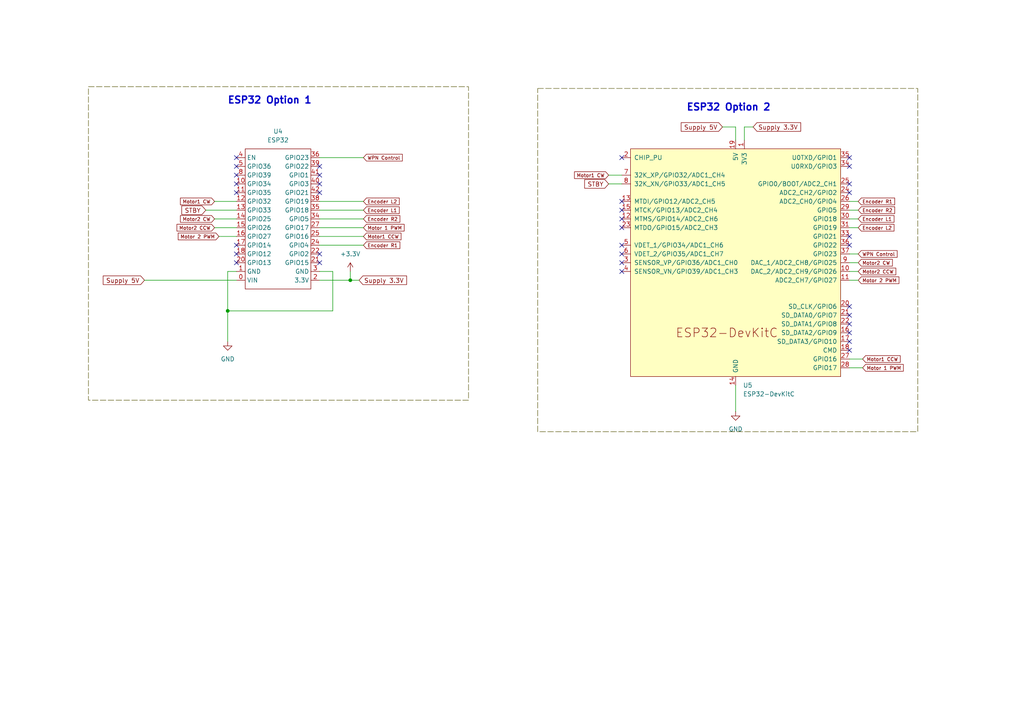
<source format=kicad_sch>
(kicad_sch (version 20250114) (generator "eeschema") (generator_version "9.0")
  (paper "A4")
  (lib_symbols
    (symbol "ESP32_devboard:ESP32_devboard"
      (property "Reference" "U" (at 0 0 0))
      (symbol "ESP32_devboard_0_1"
        (rectangle (start 0 -1.27) (end 19.05 -41.91))
      )
      (symbol "ESP32_devboard_1_1"
        (pin bidirectional line (at -2.54 -3.81 0) (length 2.54) (name "EN") (number "4"))
        (pin bidirectional line (at -2.54 -6.35 0) (length 2.54) (name "GPIO36") (number "5"))
        (pin bidirectional line (at -2.54 -8.89 0) (length 2.54) (name "GPIO39") (number "8"))
        (pin bidirectional line (at -2.54 -11.43 0) (length 2.54) (name "GPIO34") (number "10"))
        (pin bidirectional line (at -2.54 -13.97 0) (length 2.54) (name "GPIO35") (number "11"))
        (pin bidirectional line (at -2.54 -16.51 0) (length 2.54) (name "GPIO32") (number "12"))
        (pin bidirectional line (at -2.54 -19.05 0) (length 2.54) (name "GPIO33") (number "13"))
        (pin bidirectional line (at -2.54 -21.59 0) (length 2.54) (name "GPIO25") (number "14"))
        (pin bidirectional line (at -2.54 -24.13 0) (length 2.54) (name "GPIO26") (number "15"))
        (pin bidirectional line (at -2.54 -26.67 0) (length 2.54) (name "GPIO27") (number "16"))
        (pin bidirectional line (at -2.54 -29.21 0) (length 2.54) (name "GPIO14") (number "17"))
        (pin bidirectional line (at -2.54 -31.75 0) (length 2.54) (name "GPIO12") (number "18"))
        (pin bidirectional line (at -2.54 -34.29 0) (length 2.54) (name "GPIO13") (number "20"))
        (pin power_in line (at -2.54 -36.83 0) (length 2.54) (name "GND") (number "1"))
        (pin power_in line (at -2.54 -39.37 0) (length 2.54) (name "VIN") (number "0"))
        (pin bidirectional line (at 21.59 -3.81 180) (length 2.54) (name "GPIO23") (number "36"))
        (pin bidirectional line (at 21.59 -6.35 180) (length 2.54) (name "GPIO22") (number "39"))
        (pin bidirectional line (at 21.59 -8.89 180) (length 2.54) (name "GPIO1") (number "41"))
        (pin bidirectional line (at 21.59 -11.43 180) (length 2.54) (name "GPIO3") (number "40"))
        (pin bidirectional line (at 21.59 -13.97 180) (length 2.54) (name "GPIO21") (number "42"))
        (pin bidirectional line (at 21.59 -16.51 180) (length 2.54) (name "GPIO19") (number "38"))
        (pin bidirectional line (at 21.59 -19.05 180) (length 2.54) (name "GPIO18") (number "35"))
        (pin bidirectional line (at 21.59 -21.59 180) (length 2.54) (name "GPIO5") (number "34"))
        (pin bidirectional line (at 21.59 -24.13 180) (length 2.54) (name "GPIO17") (number "27"))
        (pin bidirectional line (at 21.59 -26.67 180) (length 2.54) (name "GPIO16") (number "25"))
        (pin bidirectional line (at 21.59 -29.21 180) (length 2.54) (name "GPIO4") (number "24"))
        (pin bidirectional line (at 21.59 -31.75 180) (length 2.54) (name "GPIO2") (number "22"))
        (pin bidirectional line (at 21.59 -34.29 180) (length 2.54) (name "GPIO15") (number "21"))
        (pin power_in line (at 21.59 -36.83 180) (length 2.54) (name "GND") (number "3"))
        (pin power_in line (at 21.59 -39.37 180) (length 2.54) (name "3.3V") (number "2"))
      )
    )
    (symbol "Espressif:ESP32-DevKitC" (pin_names (offset 1.016))
      (property "Reference" "U" (at -30.48 38.1 0))
      (property "Value" "ESP32-DevKitC" (at -30.48 35.56 0))
      (symbol "ESP32-DevKitC_0_0"
        (text "ESP32-DevKitC" (at -2.54 -20.32 0) (effects (font (size 2.54 2.54))))
        (pin power_in line (at 0 35.56 270) (length 2.54) (name "5V") (number "19"))
        (pin power_in line (at 0 -35.56 90) (length 2.54) (name "GND") (number "14"))
      )
      (symbol "ESP32-DevKitC_0_1"
        (rectangle (start -30.48 33.02) (end 30.48 -33.02) (fill (type background)))
      )
      (symbol "ESP32-DevKitC_1_1"
        (pin input line (at -33.02 30.48 0) (length 2.54) (name "CHIP_PU") (number "2"))
        (pin bidirectional line (at -33.02 25.4 0) (length 2.54) (name "32K_XP/GPIO32/ADC1_CH4") (number "7"))
        (pin bidirectional line (at -33.02 22.86 0) (length 2.54) (name "32K_XN/GPIO33/ADC1_CH5") (number "8"))
        (pin bidirectional line (at -33.02 17.78 0) (length 2.54) (name "MTDI/GPIO12/ADC2_CH5") (number "13"))
        (pin bidirectional line (at -33.02 15.24 0) (length 2.54) (name "MTCK/GPIO13/ADC2_CH4") (number "15"))
        (pin bidirectional line (at -33.02 12.7 0) (length 2.54) (name "MTMS/GPIO14/ADC2_CH6") (number "12"))
        (pin bidirectional line (at -33.02 10.16 0) (length 2.54) (name "MTDO/GPIO15/ADC2_CH3") (number "23"))
        (pin input line (at -33.02 5.08 0) (length 2.54) (name "VDET_1/GPIO34/ADC1_CH6") (number "5"))
        (pin input line (at -33.02 2.54 0) (length 2.54) (name "VDET_2/GPIO35/ADC1_CH7") (number "6"))
        (pin input line (at -33.02 0 0) (length 2.54) (name "SENSOR_VP/GPIO36/ADC1_CH0") (number "3"))
        (pin input line (at -33.02 -2.54 0) (length 2.54) (name "SENSOR_VN/GPIO39/ADC1_CH3") (number "4"))
        (pin passive line (at 0 -35.56 90) (length 2.54) (hide yes) (name "GND") (number "32"))
        (pin passive line (at 0 -35.56 90) (length 2.54) (hide yes) (name "GND") (number "38"))
        (pin power_in line (at 2.54 35.56 270) (length 2.54) (name "3V3") (number "1"))
        (pin bidirectional line (at 33.02 30.48 180) (length 2.54) (name "U0TXD/GPIO1") (number "35"))
        (pin bidirectional line (at 33.02 27.94 180) (length 2.54) (name "U0RXD/GPIO3") (number "34"))
        (pin bidirectional line (at 33.02 22.86 180) (length 2.54) (name "GPIO0/BOOT/ADC2_CH1") (number "25"))
        (pin bidirectional line (at 33.02 20.32 180) (length 2.54) (name "ADC2_CH2/GPIO2") (number "24"))
        (pin bidirectional line (at 33.02 17.78 180) (length 2.54) (name "ADC2_CH0/GPIO4") (number "26"))
        (pin bidirectional line (at 33.02 15.24 180) (length 2.54) (name "GPIO5") (number "29"))
        (pin bidirectional line (at 33.02 12.7 180) (length 2.54) (name "GPIO18") (number "30"))
        (pin bidirectional line (at 33.02 10.16 180) (length 2.54) (name "GPIO19") (number "31"))
        (pin bidirectional line (at 33.02 7.62 180) (length 2.54) (name "GPIO21") (number "33"))
        (pin bidirectional line (at 33.02 5.08 180) (length 2.54) (name "GPIO22") (number "36"))
        (pin bidirectional line (at 33.02 2.54 180) (length 2.54) (name "GPIO23") (number "37"))
        (pin bidirectional line (at 33.02 0 180) (length 2.54) (name "DAC_1/ADC2_CH8/GPIO25") (number "9"))
        (pin bidirectional line (at 33.02 -2.54 180) (length 2.54) (name "DAC_2/ADC2_CH9/GPIO26") (number "10"))
        (pin bidirectional line (at 33.02 -5.08 180) (length 2.54) (name "ADC2_CH7/GPIO27") (number "11"))
        (pin bidirectional line (at 33.02 -12.7 180) (length 2.54) (name "SD_CLK/GPIO6") (number "20"))
        (pin bidirectional line (at 33.02 -15.24 180) (length 2.54) (name "SD_DATA0/GPIO7") (number "21"))
        (pin bidirectional line (at 33.02 -17.78 180) (length 2.54) (name "SD_DATA1/GPIO8") (number "22"))
        (pin bidirectional line (at 33.02 -20.32 180) (length 2.54) (name "SD_DATA2/GPIO9") (number "16"))
        (pin bidirectional line (at 33.02 -22.86 180) (length 2.54) (name "SD_DATA3/GPIO10") (number "17"))
        (pin bidirectional line (at 33.02 -25.4 180) (length 2.54) (name "CMD") (number "18"))
        (pin bidirectional line (at 33.02 -27.94 180) (length 2.54) (name "GPIO16") (number "27"))
        (pin bidirectional line (at 33.02 -30.48 180) (length 2.54) (name "GPIO17") (number "28"))
      )
    )
    (symbol "power:+3.3V" (power) (pin_numbers (hide yes)) (pin_names (offset 0) (hide yes))
      (property "Value" "+3.3V" (at 0 3.556 0))
      (symbol "+3.3V_0_1"
        (polyline (pts (xy -0.762 1.27) (xy 0 2.54)))
        (polyline (pts (xy 0 2.54) (xy 0.762 1.27)))
        (polyline (pts (xy 0 0) (xy 0 2.54)))
      )
      (symbol "+3.3V_1_1"
        (pin power_in line (at 0 0 90) (length 0) (name "~") (number "1"))
      )
    )
    (symbol "power:GND" (power) (pin_numbers (hide yes)) (pin_names (offset 0) (hide yes))
      (property "Value" "GND" (at 0 -3.81 0))
      (symbol "GND_0_1"
        (polyline (pts (xy 0 0) (xy 0 -1.27) (xy 1.27 -1.27) (xy 0 -2.54) (xy -1.27 -1.27) (xy 0 -1.27)))
      )
      (symbol "GND_1_1"
        (pin power_in line (at 0 0 270) (length 0) (name "~") (number "1"))
      )
    )
  )
  (rectangle (start 155.956 25.654) (end 266.192 125.222) (stroke (width 0) (type dash) (color 97 95 24 1)))
  (rectangle (start 25.654 25.146) (end 135.89 116.078) (stroke (width 0) (type dash) (color 97 95 24 1)))
  (text "ESP32 Option 2" (at 211.328 31.242 0) (effects (font (size 2 2) (thickness 0.4) (bold yes))))
  (text "ESP32 Option 1" (at 78.232 29.21 0) (effects (font (size 2 2) (thickness 0.4) (bold yes))))
  (junction (at 66.04 90.17))
  (junction (at 101.6 81.28))
  (no_connect (at 92.71 55.88))
  (no_connect (at 68.58 55.88))
  (no_connect (at 246.38 88.9))
  (no_connect (at 92.71 76.2))
  (no_connect (at 180.34 63.5))
  (no_connect (at 180.34 71.12))
  (no_connect (at 180.34 76.2))
  (no_connect (at 246.38 53.34))
  (no_connect (at 246.38 48.26))
  (no_connect (at 68.58 73.66))
  (no_connect (at 180.34 73.66))
  (no_connect (at 180.34 66.04))
  (no_connect (at 246.38 55.88))
  (no_connect (at 246.38 71.12))
  (no_connect (at 246.38 68.58))
  (no_connect (at 246.38 99.06))
  (no_connect (at 68.58 50.8))
  (no_connect (at 180.34 58.42))
  (no_connect (at 246.38 91.44))
  (no_connect (at 68.58 71.12))
  (no_connect (at 246.38 101.6))
  (no_connect (at 246.38 93.98))
  (no_connect (at 92.71 50.8))
  (no_connect (at 68.58 45.72))
  (no_connect (at 68.58 53.34))
  (no_connect (at 246.38 96.52))
  (no_connect (at 180.34 78.74))
  (no_connect (at 68.58 48.26))
  (no_connect (at 92.71 53.34))
  (no_connect (at 92.71 48.26))
  (no_connect (at 180.34 60.96))
  (no_connect (at 180.34 45.72))
  (no_connect (at 92.71 73.66))
  (no_connect (at 246.38 45.72))
  (no_connect (at 68.58 76.2))
  (wire (pts (xy 92.71 45.72) (xy 105.41 45.72)))
  (wire (pts (xy 66.04 90.17) (xy 66.04 99.06)))
  (wire (pts (xy 246.38 81.28) (xy 248.92 81.28)))
  (wire (pts (xy 215.9 40.64) (xy 215.9 36.83)))
  (wire (pts (xy 96.52 90.17) (xy 66.04 90.17)))
  (wire (pts (xy 101.6 78.74) (xy 101.6 81.28)))
  (wire (pts (xy 246.38 63.5) (xy 248.92 63.5)))
  (wire (pts (xy 176.53 53.34) (xy 180.34 53.34)))
  (wire (pts (xy 246.38 73.66) (xy 248.92 73.66)))
  (wire (pts (xy 246.38 60.96) (xy 248.92 60.96)))
  (wire (pts (xy 209.55 36.83) (xy 213.36 36.83)))
  (wire (pts (xy 62.23 63.5) (xy 68.58 63.5)))
  (wire (pts (xy 92.71 58.42) (xy 105.41 58.42)))
  (wire (pts (xy 92.71 71.12) (xy 105.41 71.12)))
  (wire (pts (xy 41.91 81.28) (xy 68.58 81.28)))
  (wire (pts (xy 92.71 63.5) (xy 105.41 63.5)))
  (wire (pts (xy 246.38 76.2) (xy 248.92 76.2)))
  (wire (pts (xy 68.58 78.74) (xy 66.04 78.74)))
  (wire (pts (xy 213.36 111.76) (xy 213.36 119.38)))
  (wire (pts (xy 63.5 68.58) (xy 68.58 68.58)))
  (wire (pts (xy 66.04 78.74) (xy 66.04 90.17)))
  (wire (pts (xy 92.71 66.04) (xy 105.41 66.04)))
  (wire (pts (xy 246.38 104.14) (xy 250.19 104.14)))
  (wire (pts (xy 101.6 81.28) (xy 104.14 81.28)))
  (wire (pts (xy 246.38 78.74) (xy 248.92 78.74)))
  (wire (pts (xy 92.71 78.74) (xy 96.52 78.74)))
  (wire (pts (xy 215.9 36.83) (xy 218.44 36.83)))
  (wire (pts (xy 246.38 58.42) (xy 248.92 58.42)))
  (wire (pts (xy 92.71 81.28) (xy 101.6 81.28)))
  (wire (pts (xy 62.23 58.42) (xy 68.58 58.42)))
  (wire (pts (xy 246.38 66.04) (xy 248.92 66.04)))
  (wire (pts (xy 59.69 60.96) (xy 68.58 60.96)))
  (wire (pts (xy 92.71 60.96) (xy 105.41 60.96)))
  (wire (pts (xy 246.38 106.68) (xy 250.19 106.68)))
  (wire (pts (xy 96.52 78.74) (xy 96.52 90.17)))
  (wire (pts (xy 176.53 50.8) (xy 180.34 50.8)))
  (wire (pts (xy 62.23 66.04) (xy 68.58 66.04)))
  (wire (pts (xy 92.71 68.58) (xy 105.41 68.58)))
  (wire (pts (xy 213.36 36.83) (xy 213.36 40.64)))
  (global_label "Motor2 CCW" (shape input) (at 248.92 78.74 0) (effects (font (size 1 1))) (property "Intersheetrefs" "${INTERSHEET_REFS}" (effects (hide yes))))
  (global_label "STBY" (shape input) (at 59.69 60.96 180) (property "Intersheetrefs" "${INTERSHEET_REFS}" (effects (hide yes))))
  (global_label "Encoder R2" (shape input) (at 248.92 60.96 0) (effects (font (size 1 1))) (property "Intersheetrefs" "${INTERSHEET_REFS}" (effects (hide yes))))
  (global_label "Motor 2 PWM" (shape input) (at 248.92 81.28 0) (effects (font (size 1 1))) (property "Intersheetrefs" "${INTERSHEET_REFS}" (effects (hide yes))))
  (global_label "Supply 3.3V" (shape input) (at 218.44 36.83 0) (property "Intersheetrefs" "${INTERSHEET_REFS}" (effects (hide yes))))
  (global_label "Encoder L1" (shape input) (at 248.92 63.5 0) (effects (font (size 1 1))) (property "Intersheetrefs" "${INTERSHEET_REFS}" (effects (hide yes))))
  (global_label "Motor2 CW" (shape input) (at 248.92 76.2 0) (effects (font (size 1 1))) (property "Intersheetrefs" "${INTERSHEET_REFS}" (effects (hide yes))))
  (global_label "Motor1 CW" (shape input) (at 62.23 58.42 180) (effects (font (size 1 1))) (property "Intersheetrefs" "${INTERSHEET_REFS}" (effects (hide yes))))
  (global_label "STBY" (shape input) (at 176.53 53.34 180) (property "Intersheetrefs" "${INTERSHEET_REFS}" (effects (hide yes))))
  (global_label "Encoder R1" (shape input) (at 248.92 58.42 0) (effects (font (size 1 1))) (property "Intersheetrefs" "${INTERSHEET_REFS}" (effects (hide yes))))
  (global_label "WPN Control" (shape input) (at 105.41 45.72 0) (effects (font (size 1 1))) (property "Intersheetrefs" "${INTERSHEET_REFS}" (effects (hide yes))))
  (global_label "Encoder R2" (shape input) (at 105.41 63.5 0) (effects (font (size 1 1))) (property "Intersheetrefs" "${INTERSHEET_REFS}" (effects (hide yes))))
  (global_label "Encoder L2" (shape input) (at 248.92 66.04 0) (effects (font (size 1 1))) (property "Intersheetrefs" "${INTERSHEET_REFS}" (effects (hide yes))))
  (global_label "Encoder L1" (shape input) (at 105.41 60.96 0) (effects (font (size 1 1))) (property "Intersheetrefs" "${INTERSHEET_REFS}" (effects (hide yes))))
  (global_label "Motor2 CCW" (shape input) (at 62.23 66.04 180) (effects (font (size 1 1))) (property "Intersheetrefs" "${INTERSHEET_REFS}" (effects (hide yes))))
  (global_label "Motor 1 PWM" (shape input) (at 250.19 106.68 0) (effects (font (size 1 1))) (property "Intersheetrefs" "${INTERSHEET_REFS}" (effects (hide yes))))
  (global_label "Motor1 CCW" (shape input) (at 105.41 68.58 0) (effects (font (size 1 1))) (property "Intersheetrefs" "${INTERSHEET_REFS}" (effects (hide yes))))
  (global_label "Encoder R1" (shape input) (at 105.41 71.12 0) (effects (font (size 1 1))) (property "Intersheetrefs" "${INTERSHEET_REFS}" (effects (hide yes))))
  (global_label "Supply 3.3V" (shape input) (at 104.14 81.28 0) (property "Intersheetrefs" "${INTERSHEET_REFS}" (effects (hide yes))))
  (global_label "Motor1 CCW" (shape input) (at 250.19 104.14 0) (effects (font (size 1 1))) (property "Intersheetrefs" "${INTERSHEET_REFS}" (effects (hide yes))))
  (global_label "Supply 5V" (shape input) (at 41.91 81.28 180) (property "Intersheetrefs" "${INTERSHEET_REFS}" (effects (hide yes))))
  (global_label "Motor 2 PWM" (shape input) (at 63.5 68.58 180) (effects (font (size 1 1))) (property "Intersheetrefs" "${INTERSHEET_REFS}" (effects (hide yes))))
  (global_label "Motor 1 PWM" (shape input) (at 105.41 66.04 0) (effects (font (size 1 1))) (property "Intersheetrefs" "${INTERSHEET_REFS}" (effects (hide yes))))
  (global_label "Motor1 CW" (shape input) (at 176.53 50.8 180) (effects (font (size 1 1))) (property "Intersheetrefs" "${INTERSHEET_REFS}" (effects (hide yes))))
  (global_label "Encoder L2" (shape input) (at 105.41 58.42 0) (effects (font (size 1 1))) (property "Intersheetrefs" "${INTERSHEET_REFS}" (effects (hide yes))))
  (global_label "Motor2 CW" (shape input) (at 62.23 63.5 180) (effects (font (size 1 1))) (property "Intersheetrefs" "${INTERSHEET_REFS}" (effects (hide yes))))
  (global_label "WPN Control" (shape input) (at 248.92 73.66 0) (effects (font (size 1 1))) (property "Intersheetrefs" "${INTERSHEET_REFS}" (effects (hide yes))))
  (global_label "Supply 5V" (shape input) (at 209.55 36.83 180) (property "Intersheetrefs" "${INTERSHEET_REFS}" (effects (hide yes))))
  (symbol (lib_id "power:+3.3V") (at 101.6 78.74 0) (unit 1)
    (property "Reference" "#PWR014" (effects (hide yes)))
    (property "Value" "+3.3V" (at 101.6 73.66 0))
    (property "Description" "Power symbol creates a global label with name \"+3.3V\"" (effects (hide yes)))
  )
  (symbol (lib_id "Espressif:ESP32-DevKitC") (at 213.36 76.2 0) (unit 1)
    (property "Reference" "U5" (at 215.5033 111.76 0) (effects (justify left)))
    (property "Value" "ESP32-DevKitC" (at 215.5033 114.3 0) (effects (justify left)))
    (property "Footprint" "Espressif:ESP32-DevKitC" (effects (hide yes)))
    (property "Datasheet" "https://docs.espressif.com/projects/esp-idf/zh_CN/latest/esp32/hw-reference/esp32/get-started-devkitc.html" (effects (hide yes)))
    (property "Description" "Development Kit" (effects (hide yes)))
  )
  (symbol (lib_id "power:GND") (at 66.04 99.06 0) (unit 1)
    (property "Reference" "#PWR06" (effects (hide yes)))
    (property "Value" "GND" (at 66.04 104.14 0))
    (property "Description" "Power symbol creates a global label with name \"GND\" , ground" (effects (hide yes)))
  )
  (symbol (lib_id "ESP32_devboard:ESP32_devboard") (at 71.12 41.91 0) (unit 1)
    (property "Reference" "U4" (at 80.645 38.1 0))
    (property "Value" "ESP32" (at 80.645 40.64 0))
    (property "Footprint" "ESP32_devboard:ESP32_devboard" (effects (hide yes)))
  )
  (symbol (lib_id "power:GND") (at 213.36 119.38 0) (unit 1)
    (property "Reference" "#PWR07" (effects (hide yes)))
    (property "Value" "GND" (at 213.36 124.46 0))
    (property "Description" "Power symbol creates a global label with name \"GND\" , ground" (effects (hide yes)))
  )
)
</source>
